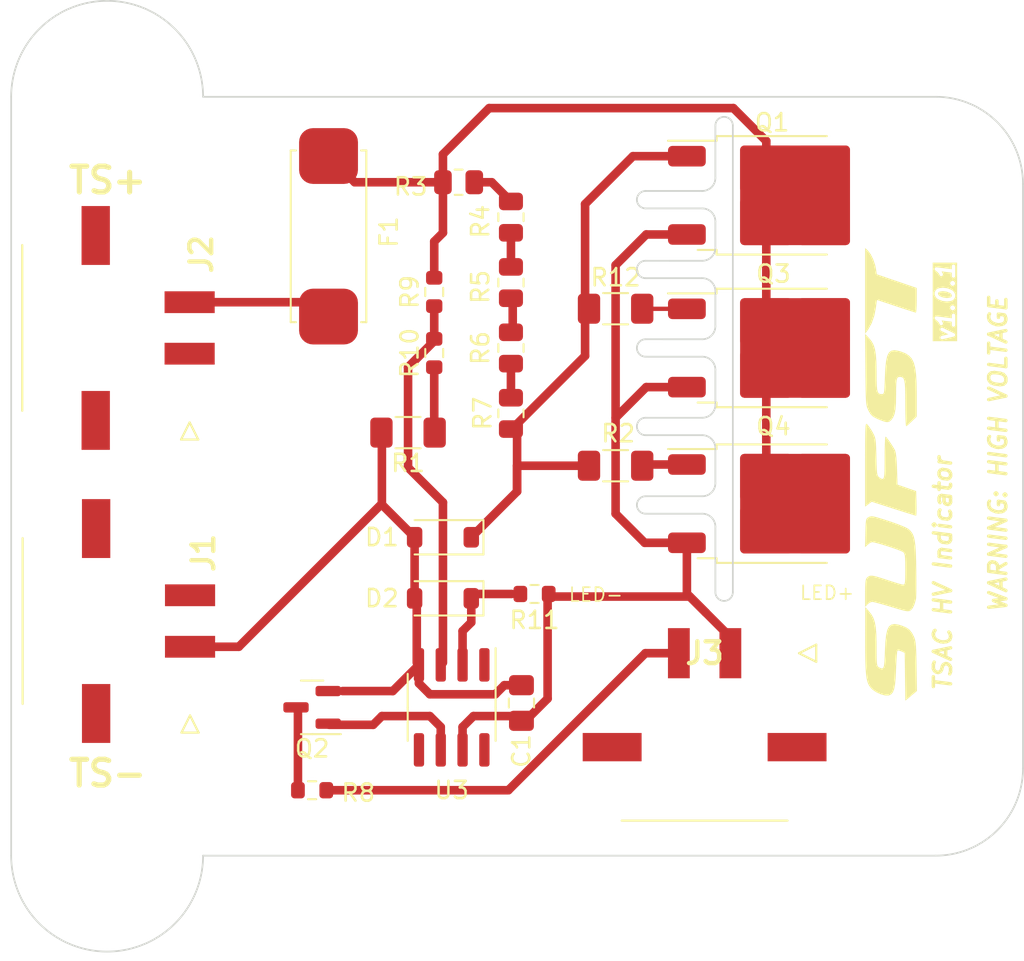
<source format=kicad_pcb>
(kicad_pcb (version 20221018) (generator pcbnew)
  (title_block (title "Accumulator Indicator Light") (date "2023-04-17") (rev "1.0.1") (company "SUFST") (comment 1 "STAG 9") (comment 2 "Ray Wang") (comment 3 "Tim Brewis"))
  (layers (0 "F.Cu" signal) (31 "B.Cu" signal) (34 "B.Paste" user) (35 "F.Paste" user) (36 "B.SilkS" user "B.Silkscreen") (37 "F.SilkS" user "F.Silkscreen") (38 "B.Mask" user) (39 "F.Mask" user) (44 "Edge.Cuts" user))
  (net 0 "")
  (net 3 "Net-(D1-A1)")
  (net 4 "Net-(D1-A2)")
  (net 5 "Net-(D2-A1)")
  (net 6 "Net-(J3-Pin_1)")
  (net 7 "Net-(Q1-D)")
  (net 8 "Net-(Q2-G)")
  (net 9 "Net-(Q2-D)")
  (net 10 "Net-(R3-Pad1)")
  (net 11 "Net-(R4-Pad2)")
  (net 12 "Net-(R5-Pad1)")
  (net 13 "Net-(R6-Pad2)")
  (net 14 "Net-(J3-Pin_2)")
  (net 15 "Net-(U3-+)")
  (net 19 "Net-(J2-Pin_2)")
  (net 20 "Net-(R1-Pad1)")
  (net 21 "Net-(Q4-G)")
  (net 22 "Net-(Q3-G)")
  (footprint "Diode_SMD:D_SOD-123" (layer "F.Cu") (at 140.8195 115.9275 180)
    (fp_text reference "D2" (at 3.556 0) (layer "F.SilkS"))
    (fp_text value "MMSZ4691T1G")
    (fp_line (start -2.36 -1) (end -2.36 1) (stroke (width 0.12)) (layer "F.SilkS"))
    (fp_line (start -2.36 -1) (end 1.65 -1) (stroke (width 0.12)) (layer "F.SilkS"))
    (fp_line (start -2.36 1) (end 1.65 1) (stroke (width 0.12)) (layer "F.SilkS"))
    (pad "1" smd roundrect (at -1.65 0 180) (size 0.9 1.2) (layers "F.Cu" "F.Paste" "F.Mask") (net 5 "Net-(D2-A1)"))
    (pad "2" smd roundrect (at 1.65 0 180) (size 0.9 1.2) (layers "F.Cu" "F.Paste" "F.Mask") (net 4 "Net-(D1-A2)"))
  )
  (footprint "MountingHole:MountingHole_4.3mm_M4" (layer "F.Cu") (at 169.5215 91.7975)
    (fp_text reference "H3" hide)
    (fp_text value "MountingHole")
    (pad "" np_thru_hole circle (at 0 0) (size 4.3 4.3) (drill 4.3) (layers "*.Cu" "*.Mask"))
  )
  (footprint "MountingHole:MountingHole_4.3mm_M4" (layer "F.Cu") (at 121.2615 130.9135)
    (fp_text reference "H2" hide)
    (fp_text value "MountingHole")
    (pad "" np_thru_hole circle (at 0 0) (size 4.3 4.3) (drill 4.3) (layers "*.Cu" "*.Mask"))
  )
  (footprint "Resistor_SMD:R_0805_2012Metric" (layer "F.Cu") (at 144.78 93.726 -90)
    (fp_text reference "R4" (at 0.254 1.778 90) (layer "F.SilkS"))
    (fp_text value "200k")
    (fp_line (start -0.227064 -0.735) (end 0.227064 -0.735) (stroke (width 0.12)) (layer "F.SilkS"))
    (fp_line (start -0.227064 0.735) (end 0.227064 0.735) (stroke (width 0.12)) (layer "F.SilkS"))
    (pad "1" smd roundrect (at -0.9125 0 270) (size 1.025 1.4) (layers "F.Cu" "F.Paste" "F.Mask") (roundrect_rratio 0.243902) (net 10 "Net-(R3-Pad1)"))
    (pad "2" smd roundrect (at 0.9125 0 270) (size 1.025 1.4) (layers "F.Cu" "F.Paste" "F.Mask") (roundrect_rratio 0.243902) (net 11 "Net-(R4-Pad2)"))
  )
  (footprint "Resistor_SMD:R_0603_1608Metric" (layer "F.Cu") (at 140.3115 101.6405 90)
    (fp_text reference "R10" (at 0 -1.43 90) (layer "F.SilkS"))
    (fp_text value "110k")
    (fp_line (start -0.237258 -0.5225) (end 0.237258 -0.5225) (stroke (width 0.12)) (layer "F.SilkS"))
    (fp_line (start -0.237258 0.5225) (end 0.237258 0.5225) (stroke (width 0.12)) (layer "F.SilkS"))
    (pad "1" smd roundrect (at -0.825 0 90) (size 0.8 0.95) (layers "F.Cu" "F.Paste" "F.Mask") (net 20 "Net-(R1-Pad1)"))
    (pad "2" smd roundrect (at 0.825 0 90) (size 0.8 0.95) (layers "F.Cu" "F.Paste" "F.Mask") (net 15 "Net-(U3-+)"))
  )
  (footprint "Capacitor_SMD:C_0805_2012Metric_Pad1.18x1.45mm_HandSolder" (layer "F.Cu") (at 145.3915 122.0235 90)
    (fp_text reference "C1" (at -2.794 0 90) (layer "F.SilkS"))
    (fp_text value "100n")
    (fp_line (start -0.261252 -0.735) (end 0.261252 -0.735) (stroke (width 0.12)) (layer "F.SilkS"))
    (fp_line (start -0.261252 0.735) (end 0.261252 0.735) (stroke (width 0.12)) (layer "F.SilkS"))
    (pad "1" smd roundrect (at -1.0375 0 90) (size 1.175 1.45) (layers "F.Cu" "F.Paste" "F.Mask") (roundrect_rratio 0.212766) (net 6 "Net-(J3-Pin_1)"))
    (pad "2" smd roundrect (at 1.0375 0 90) (size 1.175 1.45) (layers "F.Cu" "F.Paste" "F.Mask") (roundrect_rratio 0.212766) (net 4 "Net-(D1-A2)"))
  )
  (footprint "Resistor_SMD:R_1206_3216Metric_Pad1.30x1.75mm_HandSolder" (layer "F.Cu") (at 150.876 99.06)
    (fp_text reference "R12" (at 0 -1.82) (layer "F.SilkS"))
    (fp_text value "0")
    (fp_line (start -0.727064 -0.91) (end 0.727064 -0.91) (stroke (width 0.12)) (layer "F.SilkS"))
    (fp_line (start -0.727064 0.91) (end 0.727064 0.91) (stroke (width 0.12)) (layer "F.SilkS"))
    (pad "1" smd roundrect (at -1.55 0) (size 1.3 1.75) (layers "F.Cu" "F.Paste" "F.Mask") (roundrect_rratio 0.192308) (net 3 "Net-(D1-A1)"))
    (pad "2" smd roundrect (at 1.55 0) (size 1.3 1.75) (layers "F.Cu" "F.Paste" "F.Mask") (roundrect_rratio 0.192308) (net 22 "Net-(Q3-G)"))
  )
  (footprint "Resistor_SMD:R_1206_3216Metric_Pad1.30x1.75mm_HandSolder" (layer "F.Cu") (at 138.7875 106.2755 180)
    (fp_text reference "R1" (at 0 -1.778) (layer "F.SilkS"))
    (fp_text value "0")
    (fp_line (start -0.727064 -0.91) (end 0.727064 -0.91) (stroke (width 0.12)) (layer "F.SilkS"))
    (fp_line (start -0.727064 0.91) (end 0.727064 0.91) (stroke (width 0.12)) (layer "F.SilkS"))
    (pad "1" smd roundrect (at -1.55 0 180) (size 1.3 1.75) (layers "F.Cu" "F.Paste" "F.Mask") (roundrect_rratio 0.192308) (net 20 "Net-(R1-Pad1)"))
    (pad "2" smd roundrect (at 1.55 0 180) (size 1.3 1.75) (layers "F.Cu" "F.Paste" "F.Mask") (roundrect_rratio 0.192308) (net 4 "Net-(D1-A2)"))
  )
  (footprint "Resistor_SMD:R_0805_2012Metric" (layer "F.Cu") (at 144.78 97.536 90)
    (fp_text reference "R5" (at -0.254 -1.778 90) (layer "F.SilkS"))
    (fp_text value "200k")
    (fp_line (start -0.227064 -0.735) (end 0.227064 -0.735) (stroke (width 0.12)) (layer "F.SilkS"))
    (fp_line (start -0.227064 0.735) (end 0.227064 0.735) (stroke (width 0.12)) (layer "F.SilkS"))
    (pad "1" smd roundrect (at -0.9125 0 90) (size 1.025 1.4) (layers "F.Cu" "F.Paste" "F.Mask") (roundrect_rratio 0.243902) (net 12 "Net-(R5-Pad1)"))
    (pad "2" smd roundrect (at 0.9125 0 90) (size 1.025 1.4) (layers "F.Cu" "F.Paste" "F.Mask") (roundrect_rratio 0.243902) (net 11 "Net-(R4-Pad2)"))
  )
  (footprint "MountingHole:MountingHole_4.3mm_M4" (layer "F.Cu") (at 169.5215 125.8335)
    (fp_text reference "H4" hide)
    (fp_text value "MountingHole")
    (pad "" np_thru_hole circle (at 0 0) (size 4.3 4.3) (drill 4.3) (layers "*.Cu" "*.Mask"))
  )
  (footprint "SUFST:Molex_Micro-Fit_3.0_43650-0214_1x02_P3.00mm_Horizontal" (layer "F.Cu") (at 126.0904 117.2485 -90)
    (fp_text reference "J1" (at -3.9645 -0.7765 90) (layer "F.SilkS") (effects (font (size 1.27 1.27) (thickness 0.254))))
    (fp_text value "TS HV-" hide)
    (fp_line (start 4.825 9.75) (end -4.825 9.75) (stroke (width 0.127)) (layer "F.SilkS"))
    (fp_line (start 5.5 0) (end 6.5 -0.5) (stroke (width 0.127)) (layer "F.SilkS"))
    (fp_line (start 6.5 -0.5) (end 6.5 0.5) (stroke (width 0.127)) (layer "F.SilkS"))
    (fp_line (start 6.5 0.5) (end 5.5 0) (stroke (width 0.127)) (layer "F.SilkS"))
    (pad "1" smd rect (at 1.5 0 270) (size 1.27 2.92) (layers "F.Cu" "F.Paste" "F.Mask") (net 4 "Net-(D1-A2)"))
    (pad "2" smd rect (at -1.5 0 270) (size 1.27 2.92) (layers "F.Cu" "F.Paste" "F.Mask"))
    (pad "3" smd rect (at 5.385 5.47) (size 1.65 3.43) (layers "F.Cu" "F.Paste" "F.Mask"))
    (pad "4" smd rect (at -5.385 5.47) (size 1.65 3.43) (layers "F.Cu" "F.Paste" "F.Mask"))
  )
  (footprint "SUFST:Littelfuse-04611-25ER" (layer "F.Cu") (at 134.2155 94.5915 -90)
    (fp_text reference "F1" (at 0 -3.4525 90 unlocked) (layer "F.SilkS"))
    (fp_text value "0461.500ER")
    (fp_line (start -4.75 -2.14) (end 5.25 -2.14) (stroke (width 0.12)) (layer "F.SilkS"))
    (fp_line (start -4.75 -1.84) (end -4.75 -2.14) (stroke (width 0.12)) (layer "F.SilkS"))
    (fp_line (start -4.75 2.26) (end -4.75 1.96) (stroke (width 0.12)) (layer "F.SilkS"))
    (fp_line (start 5.25 -2.14) (end 5.25 -1.84) (stroke (width 0.12)) (layer "F.SilkS"))
    (fp_line (start 5.25 1.96) (end 5.25 2.26) (stroke (width 0.12)) (layer "F.SilkS"))
    (fp_line (start 5.25 2.26) (end -4.75 2.26) (stroke (width 0.12)) (layer "F.SilkS"))
    (pad "1" smd roundrect (at -4.425 0.06 270) (size 3.25 3.43) (layers "F.Cu" "F.Paste" "F.Mask") (net 7 "Net-(Q1-D)"))
    (pad "2" smd roundrect (at 4.925 0.06 270) (size 3.25 3.43) (layers "F.Cu" "F.Paste" "F.Mask") (net 19 "Net-(J2-Pin_2)"))
  )
  (footprint "Resistor_SMD:R_0603_1608Metric" (layer "F.Cu") (at 133.1995 127.1035)
    (fp_text reference "R8" (at 2.6905 0.1505) (layer "F.SilkS"))
    (fp_text value "470")
    (fp_line (start -0.237258 -0.5225) (end 0.237258 -0.5225) (stroke (width 0.12)) (layer "F.SilkS"))
    (fp_line (start -0.237258 0.5225) (end 0.237258 0.5225) (stroke (width 0.12)) (layer "F.SilkS"))
    (pad "1" smd roundrect (at -0.825 0) (size 0.8 0.95) (layers "F.Cu" "F.Paste" "F.Mask") (net 9 "Net-(Q2-D)"))
    (pad "2" smd roundrect (at 0.825 0) (size 0.8 0.95) (layers "F.Cu" "F.Paste" "F.Mask") (net 14 "Net-(J3-Pin_2)"))
  )
  (footprint "Package_TO_SOT_SMD:TO-252-2" (layer "F.Cu") (at 160.067185 110.413)
    (fp_text reference "Q4" (at 0 -4.5) (layer "F.SilkS"))
    (fp_text value "FQD1N80TM")
    (fp_line (start -3.31 -3.45) (end -3.31 -3.18) (stroke (width 0.12)) (layer "F.SilkS"))
    (fp_line (start -3.31 -3.18) (end -6.14 -3.18) (stroke (width 0.12)) (layer "F.SilkS"))
    (fp_line (start -3.31 3.18) (end -4.41 3.18) (stroke (width 0.12)) (layer "F.SilkS"))
    (fp_line (start -3.31 3.45) (end -3.31 3.18) (stroke (width 0.12)) (layer "F.SilkS"))
    (fp_line (start 3.11 -3.45) (end -3.31 -3.45) (stroke (width 0.12)) (layer "F.SilkS"))
    (fp_line (start 3.11 3.45) (end -3.31 3.45) (stroke (width 0.12)) (layer "F.SilkS"))
    (pad "1" smd roundrect (at -5.04 -2.28) (size 2.2 1.2) (layers "F.Cu" "F.Paste" "F.Mask") (roundrect_rratio 0.208333) (net 21 "Net-(Q4-G)"))
    (pad "2" smd roundrect (at -0.415 -1.525) (size 3.05 2.75) (layers "F.Cu" "F.Paste") (roundrect_rratio 0.090909) (net 7 "Net-(Q1-D)"))
    (pad "2" smd roundrect (at -0.415 1.525) (size 3.05 2.75) (layers "F.Cu" "F.Paste") (roundrect_rratio 0.090909) (net 7 "Net-(Q1-D)"))
    (pad "2" smd roundrect (at 1.26 0) (size 6.4 5.8) (layers "F.Cu" "F.Mask") (roundrect_rratio 0.043103) (net 7 "Net-(Q1-D)"))
    (pad "2" smd roundrect (at 2.935 -1.525) (size 3.05 2.75) (layers "F.Cu" "F.Paste") (roundrect_rratio 0.090909) (net 7 "Net-(Q1-D)"))
    (pad "2" smd roundrect (at 2.935 1.525) (size 3.05 2.75) (layers "F.Cu" "F.Paste") (roundrect_rratio 0.090909) (net 7 "Net-(Q1-D)"))
    (pad "3" smd roundrect (at -5.04 2.28) (size 2.2 1.2) (layers "F.Cu" "F.Paste" "F.Mask") (roundrect_rratio 0.208333) (net 6 "Net-(J3-Pin_1)"))
  )
  (footprint "Resistor_SMD:R_0805_2012Metric" (layer "F.Cu") (at 144.78 101.346 -90)
    (fp_text reference "R6" (at 0 1.778 90) (layer "F.SilkS"))
    (fp_text value "200k")
    (fp_line (start -0.227064 -0.735) (end 0.227064 -0.735) (stroke (width 0.12)) (layer "F.SilkS"))
    (fp_line (start -0.227064 0.735) (end 0.227064 0.735) (stroke (width 0.12)) (layer "F.SilkS"))
    (pad "1" smd roundrect (at -0.9125 0 270) (size 1.025 1.4) (layers "F.Cu" "F.Paste" "F.Mask") (roundrect_rratio 0.243902) (net 12 "Net-(R5-Pad1)"))
    (pad "2" smd roundrect (at 0.9125 0 270) (size 1.025 1.4) (layers "F.Cu" "F.Paste" "F.Mask") (roundrect_rratio 0.243902) (net 13 "Net-(R6-Pad2)"))
  )
  (footprint "Package_TO_SOT_SMD:SOT-23" (layer "F.Cu") (at 133.1995 122.2775 180)
    (fp_text reference "Q2" (at 0 -2.4) (layer "F.SilkS"))
    (fp_text value "XP262N7002TR-G")
    (fp_line (start 0 -1.56) (end -1.675 -1.56) (stroke (width 0.12)) (layer "F.SilkS"))
    (fp_line (start 0 -1.56) (end 0.65 -1.56) (stroke (width 0.12)) (layer "F.SilkS"))
    (fp_line (start 0 1.56) (end -0.65 1.56) (stroke (width 0.12)) (layer "F.SilkS"))
    (fp_line (start 0 1.56) (end 0.65 1.56) (stroke (width 0.12)) (layer "F.SilkS"))
    (pad "1" smd roundrect (at -0.9375 -0.95 180) (size 1.475 0.6) (layers "F.Cu" "F.Paste" "F.Mask") (net 8 "Net-(Q2-G)"))
    (pad "2" smd roundrect (at -0.9375 0.95 180) (size 1.475 0.6) (layers "F.Cu" "F.Paste" "F.Mask") (net 4 "Net-(D1-A2)"))
    (pad "3" smd roundrect (at 0.9375 0 180) (size 1.475 0.6) (layers "F.Cu" "F.Paste" "F.Mask") (net 9 "Net-(Q2-D)"))
  )
  (footprint "Package_SO:SOIC-8_3.9x4.9mm_P1.27mm" (layer "F.Cu") (at 141.3275 122.2775 -90)
    (fp_text reference "U3" (at 4.826 0 -180) (layer "F.SilkS"))
    (fp_text value "OP777")
    (fp_line (start 0 -2.56) (end -3.45 -2.56) (stroke (width 0.12)) (layer "F.SilkS"))
    (fp_line (start 0 -2.56) (end 1.95 -2.56) (stroke (width 0.12)) (layer "F.SilkS"))
    (fp_line (start 0 2.56) (end -1.95 2.56) (stroke (width 0.12)) (layer "F.SilkS"))
    (fp_line (start 0 2.56) (end 1.95 2.56) (stroke (width 0.12)) (layer "F.SilkS"))
    (pad "1" smd roundrect (at -2.475 -1.905 270) (size 1.95 0.6) (layers "F.Cu" "F.Paste" "F.Mask"))
    (pad "2" smd roundrect (at -2.475 -0.635 270) (size 1.95 0.6) (layers "F.Cu" "F.Paste" "F.Mask") (net 5 "Net-(D2-A1)"))
    (pad "3" smd roundrect (at -2.475 0.635 270) (size 1.95 0.6) (layers "F.Cu" "F.Paste" "F.Mask") (net 15 "Net-(U3-+)"))
    (pad "4" smd roundrect (at -2.475 1.905 270) (size 1.95 0.6) (layers "F.Cu" "F.Paste" "F.Mask") (net 4 "Net-(D1-A2)"))
    (pad "5" smd roundrect (at 2.475 1.905 270) (size 1.95 0.6) (layers "F.Cu" "F.Paste" "F.Mask"))
    (pad "6" smd roundrect (at 2.475 0.635 270) (size 1.95 0.6) (layers "F.Cu" "F.Paste" "F.Mask") (net 8 "Net-(Q2-G)"))
    (pad "7" smd roundrect (at 2.475 -0.635 270) (size 1.95 0.6) (layers "F.Cu" "F.Paste" "F.Mask") (net 6 "Net-(J3-Pin_1)"))
    (pad "8" smd roundrect (at 2.475 -1.905 270) (size 1.95 0.6) (layers "F.Cu" "F.Paste" "F.Mask"))
  )
  (footprint "Resistor_SMD:R_0603_1608Metric" (layer "F.Cu") (at 146.1535 115.6735)
    (fp_text reference "R11" (at 0 1.524) (layer "F.SilkS"))
    (fp_text value "4.7k")
    (fp_line (start -0.237258 -0.5225) (end 0.237258 -0.5225) (stroke (width 0.12)) (layer "F.SilkS"))
    (fp_line (start -0.237258 0.5225) (end 0.237258 0.5225) (stroke (width 0.12)) (layer "F.SilkS"))
    (pad "1" smd roundrect (at -0.825 0) (size 0.8 0.95) (layers "F.Cu" "F.Paste" "F.Mask") (net 5 "Net-(D2-A1)"))
    (pad "2" smd roundrect (at 0.825 0) (size 0.8 0.95) (layers "F.Cu" "F.Paste" "F.Mask") (net 6 "Net-(J3-Pin_1)"))
  )
  (footprint "MountingHole:MountingHole_4.3mm_M4" (layer "F.Cu") (at 121.2615 86.7175)
    (fp_text reference "H1" hide)
    (fp_text value "MountingHole")
    (pad "" np_thru_hole circle (at 0 0) (size 4.3 4.3) (drill 4.3) (layers "*.Cu" "*.Mask"))
  )
  (footprint "SUFST:sufst-text" (layer "F.Cu") (at 166.878 108.712 90)
    (fp_text reference "G***" hide)
    (fp_text value "LOGO" hide)
    (fp_poly (pts (xy 13.039286 -1.308823) (xy 12.826538 -1.14556) (xy 12.526756 -0.996643) (xy 12.186455 -0.88248) (xy 11.961505 -0.835971) (xy 11.657484 -0.790969) (xy 10.861842 1.536511) (xy 10.14329 1.53694) (xy 9.851489 1.532571) (xy 9.616679 1.520409) (xy 9.466149 1.502429) (xy 9.424737 1.484959) (xy 9.445004 1.407288) (xy 9.501189 1.224651) (xy 9.58637 0.958717) (xy 9.693624 0.631152) (xy 9.792369 0.33421) (xy 9.912061 -0.024065) (xy 10.015456 -0.334855) (xy 10.095707 -0.577473) (xy 10.145967 -0.731233) (xy 10.16 -0.776554) (xy 10.099459 -0.789914) (xy 9.941491 -0.812503) (xy 9.742237 -0.836848) (xy 9.253037 -0.930705) (xy 8.801962 -1.08863) (xy 8.434034 -1.294713) (xy 8.42226 -1.303307) (xy 8.195607 -1.470526) (xy 13.191198 -1.470526)) (fill solid) (layer "F.SilkS"))
    (fp_poly (pts (xy 1.212731 -1.470319) (xy 1.727382 -1.469269) (xy 2.132588 -1.466734) (xy 2.440469 -1.462074) (xy 2.663146 -1.454646) (xy 2.812737 -1.443809) (xy 2.901364 -1.428922) (xy 2.941145 -1.409343) (xy 2.944201 -1.38443) (xy 2.922651 -1.353543) (xy 2.916522 -1.346665) (xy 2.796859 -1.246536) (xy 2.606653 -1.119079) (xy 2.454978 -1.030027) (xy 2.318997 -0.958001) (xy 2.195983 -0.905959) (xy 2.060258 -0.870018) (xy 1.886148 -0.846297) (xy 1.647975 -0.830912) (xy 1.320063 -0.819981) (xy 1.018306 -0.812787) (xy 0.612064 -0.8026) (xy 0.318565 -0.791217) (xy 0.11688 -0.775709) (xy -0.013922 -0.753143) (xy -0.094771 -0.72059) (xy -0.146596 -0.675119) (xy -0.168141 -0.646658) (xy -0.236789 -0.541441) (xy -0.265307 -0.462947) (xy -0.239465 -0.407267) (xy -0.145033 -0.370492) (xy 0.03222 -0.348713) (xy 0.306525 -0.338019) (xy 0.692111 -0.334503) (xy 0.969211 -0.334211) (xy 1.359146 -0.331642) (xy 1.69856 -0.324497) (xy 1.966652 -0.313619) (xy 2.142619 -0.299853) (xy 2.205661 -0.284079) (xy 2.153418 -0.223397) (xy 2.017971 -0.116452) (xy 1.831011 0.014675) (xy 1.624227 0.147904) (xy 1.429309 0.261152) (xy 1.403684 0.274722) (xy 1.254729 0.31617) (xy 0.988766 0.350808) (xy 0.622375 0.376886) (xy 0.322504 0.388889) (xy -0.591572 0.415948) (xy -0.780391 0.959948) (xy -0.96921 1.503947) (xy -1.687763 1.522919) (xy -1.979478 1.526936) (xy -2.214247 1.523155) (xy -2.364808 1.512471) (xy -2.406316 1.499351) (xy -2.386799 1.4255) (xy -2.332367 1.244343) (xy -2.249194 0.975788) (xy -2.143457 0.63974) (xy -2.021331 0.256107) (xy -1.99872 0.185517) (xy -1.591124 -1.085778) (xy -1.733353 -1.278152) (xy -1.875581 -1.470526) (xy 0.576517 -1.470526)) (fill solid) (layer "F.SilkS"))
    (fp_poly (pts (xy -7.720263 -1.464962) (xy -7.969948 -1.244265) (xy -8.162013 -1.094597) (xy -8.369032 -0.981613) (xy -8.612747 -0.900651) (xy -8.914902 -0.847047) (xy -9.297238 -0.816137) (xy -9.781498 -0.80326) (xy -10.03164 -0.802105) (xy -10.446022 -0.801097) (xy -10.746637 -0.796637) (xy -10.953392 -0.786571) (xy -11.086197 -0.768747) (xy -11.164962 -0.741012) (xy -11.209596 -0.701211) (xy -11.227122 -0.672816) (xy -11.284309 -0.554607) (xy -11.299083 -0.469005) (xy -11.255519 -0.409867) (xy -11.13769 -0.371051) (xy -10.929668 -0.346415) (xy -10.615528 -0.329815) (xy -10.310394 -0.319254) (xy -9.773633 -0.293265) (xy -9.359279 -0.249301) (xy -9.056533 -0.180705) (xy -8.854598 -0.080821) (xy -8.742676 0.057009) (xy -8.709971 0.23944) (xy -8.745683 0.47313) (xy -8.78834 0.619064) (xy -8.902697 0.912153) (xy -9.040392 1.11381) (xy -9.237091 1.265717) (xy -9.424737 1.362793) (xy -9.536914 1.409895) (xy -9.658327 1.445835) (xy -9.809405 1.472523) (xy -10.010581 1.491867) (xy -10.282283 1.505776) (xy -10.644944 1.516159) (xy -11.118993 1.524924) (xy -11.1685 1.52571) (xy -12.611473 1.5484) (xy -12.89476 1.210045) (xy -13.178045 0.87169) (xy -11.786846 0.853608) (xy -10.395645 0.835526) (xy -10.305168 0.646645) (xy -10.254875 0.502235) (xy -10.258262 0.414066) (xy -10.259509 0.412698) (xy -10.3385 0.395102) (xy -10.527231 0.375974) (xy -10.801799 0.357081) (xy -11.138303 0.340187) (xy -11.351769 0.332023) (xy -11.843152 0.308986) (xy -12.217222 0.274543) (xy -12.490178 0.22405) (xy -12.678222 0.152863) (xy -12.797553 0.056339) (xy -12.86437 -0.070167) (xy -12.874111 -0.104378) (xy -12.873323 -0.304118) (xy -12.804547 -0.55834) (xy -12.686098 -0.819429) (xy -12.536292 -1.039775) (xy -12.498685 -1.080329) (xy -12.381257 -1.184299) (xy -12.24806 -1.268311) (xy -12.084274 -1.334391) (xy -11.875079 -1.384564) (xy -11.605656 -1.420855) (xy -11.261183 -1.445288) (xy -10.826843 -1.459888) (xy -10.287814 -1.466681) (xy -9.663263 -1.467744)) (fill solid) (layer "F.SilkS"))
    (fp_poly (pts (xy 7.943133 -1.241925) (xy 7.758056 -1.09172) (xy 7.55018 -0.978368) (xy 7.298561 -0.897323) (xy 6.982255 -0.844039) (xy 6.580321 -0.81397) (xy 6.071814 -0.802572) (xy 5.916763 -0.802105) (xy 5.480397 -0.799717) (xy 5.160004 -0.789647) (xy 4.937914 -0.767541) (xy 4.796458 -0.729045) (xy 4.717966 -0.669803) (xy 4.684768 -0.58546) (xy 4.678948 -0.49703) (xy 4.68444 -0.440903) (xy 4.714286 -0.400624) (xy 4.78854 -0.37258) (xy 4.927254 -0.353156) (xy 5.150484 -0.338739) (xy 5.478282 -0.325715) (xy 5.664869 -0.319359) (xy 6.196609 -0.293168) (xy 6.606003 -0.249849) (xy 6.904005 -0.182345) (xy 7.101575 -0.083602) (xy 7.209667 0.053434) (xy 7.23924 0.23582) (xy 7.201249 0.47061) (xy 7.15121 0.63769) (xy 7.049707 0.888708) (xy 6.920284 1.08976) (xy 6.748307 1.246029) (xy 6.51914 1.362703) (xy 6.218149 1.444966) (xy 5.830698 1.498003) (xy 5.342151 1.527001) (xy 4.737873 1.537144) (xy 4.611979 1.537368) (xy 3.36994 1.537368) (xy 3.088654 1.250759) (xy 2.939132 1.091076) (xy 2.837119 0.968104) (xy 2.807369 0.916549) (xy 2.870868 0.902057) (xy 3.048002 0.889342) (xy 3.318725 0.879122) (xy 3.662993 0.872113) (xy 4.060761 0.86903) (xy 4.139436 0.868947) (xy 4.633608 0.866935) (xy 5.009962 0.858627) (xy 5.284332 0.840617) (xy 5.472553 0.809496) (xy 5.59046 0.761858) (xy 5.653888 0.694295) (xy 5.678671 0.6034) (xy 5.681579 0.537114) (xy 5.66829 0.460444) (xy 5.61595 0.405669) (xy 5.505847 0.369224) (xy 5.31927 0.347543) (xy 5.037509 0.337062) (xy 4.641852 0.334216) (xy 4.616613 0.33421) (xy 4.154497 0.326293) (xy 3.802282 0.299519) (xy 3.536952 0.249354) (xy 3.335495 0.171265) (xy 3.174895 0.060717) (xy 3.159626 0.047186) (xy 3.074484 -0.054876) (xy 3.044474 -0.176851) (xy 3.072277 -0.34583) (xy 3.160568 -0.588903) (xy 3.24096 -0.775435) (xy 3.359562 -1.000367) (xy 3.499597 -1.148593) (xy 3.71214 -1.273765) (xy 3.71819 -1.27675) (xy 3.813112 -1.321739) (xy 3.905603 -1.35757) (xy 4.011766 -1.38544) (xy 4.147708 -1.406545) (xy 4.329531 -1.422082) (xy 4.573341 -1.433246) (xy 4.895242 -1.441235) (xy 5.311339 -1.447246) (xy 5.837736 -1.452474) (xy 6.116053 -1.4549) (xy 8.188158 -1.472693)) (fill solid) (layer "F.SilkS"))
    (fp_poly (pts (xy -3.408358 -1.455983) (xy -3.062571 -1.447084) (xy -2.825933 -1.435602) (xy -2.673935 -1.416493) (xy -2.582064 -1.384709) (xy -2.525809 -1.335204) (xy -2.48196 -1.265253) (xy -2.448117 -1.190688) (xy -2.434887 -1.104796) (xy -2.44653 -0.985585) (xy -2.487302 -0.811063) (xy -2.561461 -0.559237) (xy -2.673265 -0.208116) (xy -2.706414 -0.105885) (xy -2.83396 0.267242) (xy -2.95943 0.599366) (xy -3.072209 0.864439) (xy -3.161683 1.036418) (xy -3.185569 1.069845) (xy -3.302917 1.191287) (xy -3.438725 1.287597) (xy -3.609515 1.361851) (xy -3.831804 1.417125) (xy -4.122114 1.456494) (xy -4.496963 1.483035) (xy -4.972871 1.499824) (xy -5.547894 1.509715) (xy -5.999651 1.513724) (xy -6.412118 1.514641) (xy -6.764687 1.512642) (xy -7.036749 1.507901) (xy -7.207695 1.500594) (xy -7.252368 1.495254) (xy -7.569071 1.403534) (xy -7.777743 1.310042) (xy -7.903645 1.202772) (xy -7.922249 1.17689) (xy -7.95635 1.109529) (xy -7.969275 1.025412) (xy -7.957119 0.902831) (xy -7.915977 0.720078) (xy -7.841945 0.455444) (xy -7.73112 0.087222) (xy -7.719355 0.048741) (xy -7.614702 -0.301725) (xy -7.525961 -0.614965) (xy -7.460104 -0.865092) (xy -7.424102 -1.026215) (xy -7.419473 -1.064669) (xy -7.46616 -1.205562) (xy -7.565762 -1.334238) (xy -7.71205 -1.470526) (xy -6.9077 -1.470526) (xy -6.558307 -1.468007) (xy -6.317485 -1.458215) (xy -6.160178 -1.437805) (xy -6.061332 -1.403428) (xy -5.995889 -1.351738) (xy -5.992728 -1.34829) (xy -5.92942 -1.263313) (xy -5.897135 -1.165617) (xy -5.898817 -1.033017) (xy -5.937411 -0.84333) (xy -6.01586 -0.574371) (xy -6.137107 -0.203957) (xy -6.149473 -0.167105) (xy -6.251976 0.14723) (xy -6.336306 0.42341) (xy -6.394045 0.632594) (xy -6.416775 0.745942) (xy -6.416842 0.748843) (xy -6.406274 0.797518) (xy -6.360711 0.830993) (xy -6.259363 0.85207) (xy -6.08144 0.863546) (xy -5.806153 0.86822) (xy -5.524833 0.868947) (xy -5.154091 0.866723) (xy -4.893871 0.858239) (xy -4.72106 0.840779) (xy -4.612542 0.811624) (xy -4.545203 0.768058) (xy -4.529754 0.751974) (xy -4.475437 0.649455) (xy -4.39552 0.449279) (xy -4.300097 0.18262) (xy -4.199263 -0.119349) (xy -4.103111 -0.425454) (xy -4.021736 -0.704522) (xy -3.96523 -0.925378) (xy -3.943689 -1.056848) (xy -3.943684 -1.058009) (xy -3.986752 -1.17652) (xy -4.090381 -1.317272) (xy -4.091056 -1.317991) (xy -4.238427 -1.47486)) (fill solid) (layer "F.SilkS"))
  )
  (footprint "SUFST:Molex_Micro-Fit_3.0_43650-0214_1x02_P3.00mm_Horizontal" (layer "F.Cu") (at 126.0669 100.1795 -90)
    (fp_text reference "J2" (at -4.2945 -0.6791 90) (layer "F.SilkS") (effects (font (size 1.27 1.27) (thickness 0.254))))
    (fp_text value "TS HV+" hide)
    (fp_line (start 4.825 9.75) (end -4.825 9.75) (stroke (width 0.127)) (layer "F.SilkS"))
    (fp_line (start 5.5 0) (end 6.5 -0.5) (stroke (width 0.127)) (layer "F.SilkS"))
    (fp_line (start 6.5 -0.5) (end 6.5 0.5) (stroke (width 0.127)) (layer "F.SilkS"))
    (fp_line (start 6.5 0.5) (end 5.5 0) (stroke (width 0.127)) (layer "F.SilkS"))
    (pad "1" smd rect (at 1.5 0 270) (size 1.27 2.92) (layers "F.Cu" "F.Paste" "F.Mask"))
    (pad "2" smd rect (at -1.5 0 270) (size 1.27 2.92) (layers "F.Cu" "F.Paste" "F.Mask") (net 19 "Net-(J2-Pin_2)"))
    (pad "3" smd rect (at 5.385 5.47) (size 1.65 3.43) (layers "F.Cu" "F.Paste" "F.Mask"))
    (pad "4" smd rect (at -5.385 5.47) (size 1.65 3.43) (layers "F.Cu" "F.Paste" "F.Mask"))
  )
  (footprint "Resistor_SMD:R_0805_2012Metric" (layer "F.Cu") (at 144.78 105.156 90)
    (fp_text reference "R7" (at 0 -1.65 90) (layer "F.SilkS"))
    (fp_text value "200k")
    (fp_line (start -0.227064 -0.735) (end 0.227064 -0.735) (stroke (width 0.12)) (layer "F.SilkS"))
    (fp_line (start -0.227064 0.735) (end 0.227064 0.735) (stroke (width 0.12)) (layer "F.SilkS"))
    (pad "1" smd roundrect (at -0.9125 0 90) (size 1.025 1.4) (layers "F.Cu" "F.Paste" "F.Mask") (roundrect_rratio 0.243902) (net 3 "Net-(D1-A1)"))
    (pad "2" smd roundrect (at 0.9125 0 90) (size 1.025 1.4) (layers "F.Cu" "F.Paste" "F.Mask") (roundrect_rratio 0.243902) (net 13 "Net-(R6-Pad2)"))
  )
  (footprint "Package_TO_SOT_SMD:TO-252-2" (layer "F.Cu") (at 160.067185 101.346)
    (fp_text reference "Q3" (at 0 -4.318) (layer "F.SilkS"))
    (fp_text value "FQD1N80TM")
    (fp_line (start -3.31 -3.45) (end -3.31 -3.18) (stroke (width 0.12)) (layer "F.SilkS"))
    (fp_line (start -3.31 -3.18) (end -6.14 -3.18) (stroke (width 0.12)) (layer "F.SilkS"))
    (fp_line (start -3.31 3.18) (end -4.41 3.18) (stroke (width 0.12)) (layer "F.SilkS"))
    (fp_line (start -3.31 3.45) (end -3.31 3.18) (stroke (width 0.12)) (layer "F.SilkS"))
    (fp_line (start 3.11 -3.45) (end -3.31 -3.45) (stroke (width 0.12)) (layer "F.SilkS"))
    (fp_line (start 3.11 3.45) (end -3.31 3.45) (stroke (width 0.12)) (layer "F.SilkS"))
    (pad "1" smd roundrect (at -5.04 -2.28) (size 2.2 1.2) (layers "F.Cu" "F.Paste" "F.Mask") (roundrect_rratio 0.208333) (net 22 "Net-(Q3-G)"))
    (pad "2" smd roundrect (at -0.415 -1.525) (size 3.05 2.75) (layers "F.Cu" "F.Paste") (roundrect_rratio 0.090909) (net 7 "Net-(Q1-D)"))
    (pad "2" smd roundrect (at -0.415 1.525) (size 3.05 2.75) (layers "F.Cu" "F.Paste") (roundrect_rratio 0.090909) (net 7 "Net-(Q1-D)"))
    (pad "2" smd roundrect (at 1.26 0) (size 6.4 5.8) (layers "F.Cu" "F.Mask") (roundrect_rratio 0.043103) (net 7 "Net-(Q1-D)"))
    (pad "2" smd roundrect (at 2.935 -1.525) (size 3.05 2.75) (layers "F.Cu" "F.Paste") (roundrect_rratio 0.090909) (net 7 "Net-(Q1-D)"))
    (pad "2" smd roundrect (at 2.935 1.525) (size 3.05 2.75) (layers "F.Cu" "F.Paste") (roundrect_rratio 0.090909) (net 7 "Net-(Q1-D)"))
    (pad "3" smd roundrect (at -5.04 2.28) (size 2.2 1.2) (layers "F.Cu" "F.Paste" "F.Mask") (roundrect_rratio 0.208333) (net 6 "Net-(J3-Pin_1)"))
  )
  (footprint "Resistor_SMD:R_0805_2012Metric" (layer "F.Cu") (at 141.732 91.694 180)
    (fp_text reference "R3" (at 2.794 -0.254 180) (layer "F.SilkS"))
    (fp_text value "200k")
    (fp_line (start -0.227064 -0.735) (end 0.227064 -0.735) (stroke (width 0.12)) (layer "F.SilkS"))
    (fp_line (start -0.227064 0.735) (end 0.227064 0.735) (stroke (width 0.12)) (layer "F.SilkS"))
    (pad "1" smd roundrect (at -0.9125 0 180) (size 1.025 1.4) (layers "F.Cu" "F.Paste" "F.Mask") (roundrect_rratio 0.243902) (net 10 "Net-(R3-Pad1)"))
    (pad "2" smd roundrect (at 0.9125 0 180) (size 1.025 1.4) (layers "F.Cu" "F.Paste" "F.Mask") (roundrect_rratio 0.243902) (net 7 "Net-(Q1-D)"))
  )
  (footprint "SUFST:Molex_Micro-Fit_3.0_43650-0214_1x02_P3.00mm_Horizontal" (layer "F.Cu") (at 156.0595 119.1231)
    (fp_text reference "J3" (at 0 0) (layer "F.SilkS") (effects (font (size 1.27 1.27) (thickness 0.254))))
    (fp_text value "LED" hide)
    (fp_line (start 4.825 9.75) (end -4.825 9.75) (stroke (width 0.127)) (layer "F.SilkS"))
    (fp_line (start 5.5 0) (end 6.5 -0.5) (stroke (width 0.127)) (layer "F.SilkS"))
    (fp_line (start 6.5 -0.5) (end 6.5 0.5) (stroke (width 0.127)) (layer "F.SilkS"))
    (fp_line (start 6.5 0.5) (end 5.5 0) (stroke (width 0.127)) (layer "F.SilkS"))
    (pad "1" smd rect (at 1.5 0) (size 1.27 2.92) (layers "F.Cu" "F.Paste" "F.Mask") (net 6 "Net-(J3-Pin_1)"))
    (pad "2" smd rect (at -1.5 0) (size 1.27 2.92) (layers "F.Cu" "F.Paste" "F.Mask") (net 14 "Net-(J3-Pin_2)"))
    (pad "3" smd rect (at 5.385 5.47 90) (size 1.65 3.43) (layers "F.Cu" "F.Paste" "F.Mask"))
    (pad "4" smd rect (at -5.385 5.47 90) (size 1.65 3.43) (layers "F.Cu" "F.Paste" "F.Mask"))
  )
  (footprint "Resistor_SMD:R_1206_3216Metric_Pad1.30x1.75mm_HandSolder" (layer "F.Cu") (at 150.876 108.204)
    (fp_text reference "R2" (at 0.1505 -1.8815) (layer "F.SilkS"))
    (fp_text value "0")
    (fp_line (start -0.727064 -0.91) (end 0.727064 -0.91) (stroke (width 0.12)) (layer "F.SilkS"))
    (fp_line (start -0.727064 0.91) (end 0.727064 0.91) (stroke (width 0.12)) (layer "F.SilkS"))
    (pad "1" smd roundrect (at -1.55 0) (size 1.3 1.75) (layers "F.Cu" "F.Paste" "F.Mask") (roundrect_rratio 0.192308) (net 3 "Net-(D1-A1)"))
    (pad "2" smd roundrect (at 1.55 0) (size 1.3 1.75) (layers "F.Cu" "F.Paste" "F.Mask") (roundrect_rratio 0.192308) (net 21 "Net-(Q4-G)"))
  )
  (footprint "Diode_SMD:D_SOD-123" (layer "F.Cu") (at 140.8195 112.3715 180)
    (fp_text reference "D1" (at 3.556 0 180) (layer "F.SilkS"))
    (fp_text value "MMSZ4699T1G")
    (fp_line (start -2.36 -1) (end -2.36 1) (stroke (width 0.12)) (layer "F.SilkS"))
    (fp_line (start -2.36 -1) (end 1.65 -1) (stroke (width 0.12)) (layer "F.SilkS"))
    (fp_line (start -2.36 1) (end 1.65 1) (stroke (width 0.12)) (layer "F.SilkS"))
    (pad "1" smd roundrect (at -1.65 0 180) (size 0.9 1.2) (layers "F.Cu" "F.Paste" "F.Mask") (net 3 "Net-(D1-A1)"))
    (pad "2" smd roundrect (at 1.65 0 180) (size 0.9 1.2) (layers "F.Cu" "F.Paste" "F.Mask") (net 4 "Net-(D1-A2)"))
  )
  (footprint "Package_TO_SOT_SMD:TO-252-2" (layer "F.Cu") (at 160.067185 92.456)
    (fp_text reference "Q1" (at -0.078 -4.241 180) (layer "F.SilkS"))
    (fp_text value "FQD1N80TM")
    (fp_line (start -3.31 -3.45) (end -3.31 -3.18) (stroke (width 0.12)) (layer "F.SilkS"))
    (fp_line (start -3.31 -3.18) (end -6.14 -3.18) (stroke (width 0.12)) (layer "F.SilkS"))
    (fp_line (start -3.31 3.18) (end -4.41 3.18) (stroke (width 0.12)) (layer "F.SilkS"))
    (fp_line (start -3.31 3.45) (end -3.31 3.18) (stroke (width 0.12)) (layer "F.SilkS"))
    (fp_line (start 3.11 -3.45) (end -3.31 -3.45) (stroke (width 0.12)) (layer "F.SilkS"))
    (fp_line (start 3.11 3.45) (end -3.31 3.45) (stroke (width 0.12)) (layer "F.SilkS"))
    (pad "1" smd roundrect (at -5.04 -2.28) (size 2.2 1.2) (layers "F.Cu" "F.Paste" "F.Mask") (roundrect_rratio 0.208333) (net 3 "Net-(D1-A1)"))
    (pad "2" smd roundrect (at -0.415 -1.525) (size 3.05 2.75) (layers "F.Cu" "F.Paste") (roundrect_rratio 0.090909) (net 7 "Net-(Q1-D)"))
    (pad "2" smd roundrect (at -0.415 1.525) (size 3.05 2.75) (layers "F.Cu" "F.Paste") (roundrect_rratio 0.090909) (net 7 "Net-(Q1-D)"))
    (pad "2" smd roundrect (at 1.26 0) (size 6.4 5.8) (layers "F.Cu" "F.Mask") (roundrect_rratio 0.043103) (net 7 "Net-(Q1-D)"))
    (pad "2" smd roundrect (at 2.935 -1.525) (size 3.05 2.75) (layers "F.Cu" "F.Paste") (roundrect_rratio 0.090909) (net 7 "Net-(Q1-D)"))
    (pad "2" smd roundrect (at 2.935 1.525) (size 3.05 2.75) (layers "F.Cu" "F.Paste") (roundrect_rratio 0.090909) (net 7 "Net-(Q1-D)"))
    (pad "3" smd roundrect (at -5.04 2.28) (size 2.2 1.2) (layers "F.Cu" "F.Paste" "F.Mask") (roundrect_rratio 0.208333) (net 6 "Net-(J3-Pin_1)"))
  )
  (footprint "Resistor_SMD:R_0603_1608Metric" (layer "F.Cu") (at 140.3115 98.0845 90)
    (fp_text reference "R9" (at 0 -1.43 90) (layer "F.SilkS"))
    (fp_text value "900k")
    (fp_line (start -0.237258 -0.5225) (end 0.237258 -0.5225) (stroke (width 0.12)) (layer "F.SilkS"))
    (fp_line (start -0.237258 0.5225) (end 0.237258 0.5225) (stroke (width 0.12)) (layer "F.SilkS"))
    (pad "1" smd roundrect (at -0.825 0 90) (size 0.8 0.95) (layers "F.Cu" "F.Paste" "F.Mask") (net 15 "Net-(U3-+)"))
    (pad "2" smd roundrect (at 0.825 0 90) (size 0.8 0.95) (layers "F.Cu" "F.Paste" "F.Mask") (net 7 "Net-(Q1-D)"))
  )
  (gr_arc (start 156.687185 88.392) (mid 157.195185 87.884) (end 157.703185 88.392) (stroke (width 0.1)) (layer "Edge.Cuts"))
  (gr_line (start 157.703185 88.392) (end 157.703185 115.57) (stroke (width 0.1)) (layer "Edge.Cuts"))
  (gr_arc (start 155.925185 93.218) (mid 156.464 93.441185) (end 156.687185 93.98) (stroke (width 0.1)) (layer "Edge.Cuts"))
  (gr_arc (start 155.925186 101.854) (mid 156.464001 102.077185) (end 156.687186 102.616) (stroke (width 0.1)) (layer "Edge.Cuts"))
  (gr_line (start 155.925187 96.267002) (end 152.623185 96.266) (stroke (width 0.1)) (layer "Edge.Cuts"))
  (gr_arc (start 156.687185 109.22) (mid 156.464001 109.758815) (end 155.925186 109.982) (stroke (width 0.1)) (layer "Edge.Cuts"))
  (gr_line (start 115.6735 86.7175) (end 115.6735 130.9135) (stroke (width 0.1)) (layer "Edge.Cuts"))
  (gr_line (start 155.925186 101.854) (end 152.623185 101.854) (stroke (width 0.1)) (layer "Edge.Cuts"))
  (gr_line (start 155.925185 105.41) (end 152.623185 105.41) (stroke (width 0.1)) (layer "Edge.Cuts"))
  (gr_line (start 155.925185 106.426) (end 152.623185 106.426) (stroke (width 0.1)) (layer "Edge.Cuts"))
  (gr_arc (start 156.687185 104.648) (mid 156.464 105.186815) (end 155.925185 105.41) (stroke (width 0.1)) (layer "Edge.Cuts"))
  (gr_arc (start 152.623185 97.282) (mid 152.115185 96.774) (end 152.623185 96.266) (stroke (width 0.1)) (layer "Edge.Cuts"))
  (gr_line (start 155.925185 100.839) (end 152.623185 100.838) (stroke (width 0.1)) (layer "Edge.Cuts"))
  (gr_arc (start 152.623185 101.854) (mid 152.115185 101.346) (end 152.623185 100.838) (stroke (width 0.1)) (layer "Edge.Cuts"))
  (gr_arc (start 115.6735 86.7175) (mid 121.2615 81.1295) (end 126.8495 86.7175) (stroke (width 0.1)) (layer "Edge.Cuts"))
  (gr_line (start 156.687808 98.043999) (end 156.688185 100.076) (stroke (width 0.1)) (layer "Edge.Cuts"))
  (gr_arc (start 155.89437 97.282) (mid 156.453433 97.493957) (end 156.687808 98.043999) (stroke (width 0.1)) (layer "Edge.Cuts"))
  (gr_line (start 126.8495 86.7175) (end 169.6015 86.7175) (stroke (width 0.1)) (layer "Edge.Cuts"))
  (gr_line (start 174.6015 125.8335) (end 174.602129 91.7975) (stroke (width 0.1)) (layer "Edge.Cuts"))
  (gr_line (start 126.8495 130.9135) (end 169.5215 130.9135) (stroke (width 0.1)) (layer "Edge.Cuts"))
  (gr_arc (start 169.6015 86.717501) (mid 173.142221 88.233349) (end 174.602129 91.7975) (stroke (width 0.1)) (layer "Edge.Cuts"))
  (gr_arc (start 126.8495 130.9135) (mid 121.2615 136.5015) (end 115.6735 130.9135) (stroke (width 0.1)) (layer "Edge.Cuts"))
  (gr_line (start 156.687185 102.616) (end 156.687185 104.648) (stroke (width 0.1)) (layer "Edge.Cuts"))
  (gr_line (start 155.925186 109.982) (end 152.623185 109.982) (stroke (width 0.1)) (layer "Edge.Cuts"))
  (gr_arc (start 152.623185 110.998) (mid 152.115185 110.49) (end 152.623185 109.982) (stroke (width 0.1)) (layer "Edge.Cuts"))
  (gr_line (start 156.687185 107.188) (end 156.687185 109.22) (stroke (width 0.1)) (layer "Edge.Cuts"))
  (gr_line (start 155.925185 93.218) (end 152.623185 93.218) (stroke (width 0.1)) (layer "Edge.Cuts"))
  (gr_arc (start 155.925186 110.998) (mid 156.464001 111.221185) (end 156.687185 111.76) (stroke (width 0.1)) (layer "Edge.Cuts"))
  (gr_arc (start 157.703185 115.57) (mid 157.195185 116.078) (end 156.687185 115.57) (stroke (width 0.1)) (layer "Edge.Cuts"))
  (gr_arc (start 152.623185 93.218) (mid 152.115185 92.71) (end 152.623185 92.202) (stroke (width 0.1)) (layer "Edge.Cuts"))
  (gr_line (start 156.687185 88.392) (end 156.687185 91.44) (stroke (width 0.1)) (layer "Edge.Cuts"))
  (gr_arc (start 152.623185 106.426) (mid 152.115185 105.918) (end 152.623185 105.41) (stroke (width 0.1)) (layer "Edge.Cuts"))
  (gr_arc (start 155.925185 106.426) (mid 156.464 106.649185) (end 156.687185 107.188) (stroke (width 0.1)) (layer "Edge.Cuts"))
  (gr_arc (start 174.6015 125.8335) (mid 173.113602 129.425602) (end 169.5215 130.9135) (stroke (width 0.1)) (layer "Edge.Cuts"))
  (gr_line (start 155.925185 92.202) (end 152.623185 92.202) (stroke (width 0.1)) (layer "Edge.Cuts"))
  (gr_line (start 156.687185 115.57) (end 156.687185 111.76) (stroke (width 0.1)) (layer "Edge.Cuts"))
  (gr_line (start 156.687185 93.98) (end 156.688187 95.504002) (stroke (width 0.1)) (layer "Edge.Cuts"))
  (gr_arc (start 156.688185 100.076) (mid 156.464707 100.615522) (end 155.925185 100.839) (stroke (width 0.1)) (layer "Edge.Cuts"))
  (gr_line (start 155.925186 110.998) (end 152.623185 110.998) (stroke (width 0.1)) (layer "Edge.Cuts"))
  (gr_arc (start 156.688187 95.504002) (mid 156.464709 96.043524) (end 155.925187 96.267002) (stroke (width 0.1)) (layer "Edge.Cuts"))
  (gr_arc (start 156.687185 91.44) (mid 156.464 91.978815) (end 155.925185 92.202) (stroke (width 0.1)) (layer "Edge.Cuts"))
  (gr_line (start 155.89437 97.281999) (end 152.623185 97.282) (stroke (width 0.1)) (layer "Edge.Cuts"))
  (gr_text "TS+" (at 121.285 92.456) (layer "F.SilkS") (effects (font (size 1.5 1.5) (thickness 0.3) bold) (justify bottom)))
  (gr_text "TS-" (at 121.2789 127) (layer "F.SilkS") (effects (font (size 1.5 1.5) (thickness 0.3) bold) (justify bottom)))
  (gr_text "LED-" (at 148.082 116.1815) (layer "F.SilkS") (effects (font (size 0.8 0.8) (thickness 0.1) bold) (justify left bottom)))
  (gr_text "v1.0.1\n" (at 170.688 101.092 90) (layer "F.SilkS" knockout) (effects (font (size 1 1) (thickness 0.2) bold italic) (justify left bottom)))
  (gr_text "LED+" (at 161.544 116.078) (layer "F.SilkS") (effects (font (size 0.8 0.8) (thickness 0.1) bold) (justify left bottom)))
  (gr_text "TSAC HV Indicator\n\n      WARNING: HIGH VOLTAGE" (at 173.736 121.412 90) (layer "F.SilkS") (effects (font (size 1 1) (thickness 0.2) bold italic) (justify left bottom)))
  (segment (start 149.098 92.964) (end 151.886 90.176) (width 0.5) (layer "F.Cu") (net 3))
  (segment (start 144.78 106.125) (end 144.78 106.172) (width 0.25) (layer "F.Cu") (net 3))
  (segment (start 149.326 108.204) (end 145.1375 108.204) (width 0.5) (layer "F.Cu") (net 3))
  (segment (start 145.1375 108.204) (end 145.1375 109.7035) (width 0.5) (layer "F.Cu") (net 3))
  (segment (start 145.1375 109.7035) (end 145.1375 106.172) (width 0.5) (layer "F.Cu") (net 3))
  (segment (start 144.78 106.125) (end 149.098 101.807) (width 0.5) (layer "F.Cu") (net 3))
  (segment (start 142.4695 112.3715) (end 145.1375 109.7035) (width 0.5) (layer "F.Cu") (net 3))
  (segment (start 149.098 101.807) (end 149.098 92.964) (width 0.5) (layer "F.Cu") (net 3))
  (segment (start 151.886 90.176) (end 155.027185 90.176) (width 0.5) (layer "F.Cu") (net 3))
  (segment (start 139.1695 112.3715) (end 139.1695 115.9275) (width 0.5) (layer "F.Cu") (net 4))
  (segment (start 139.4225 119.8025) (end 139.4225 120.3725) (width 0.25) (layer "F.Cu") (net 4))
  (segment (start 137.2635 110.4135) (end 137.2635 106.3015) (width 0.5) (layer "F.Cu") (net 4))
  (segment (start 139.2955 119.6755) (end 139.4225 119.8025) (width 0.25) (layer "F.Cu") (net 4))
  (segment (start 137.8975 121.3275) (end 139.4225 119.8025) (width 0.5) (layer "F.Cu") (net 4))
  (segment (start 137.2375 110.4395) (end 137.2635 110.4135) (width 0.25) (layer "F.Cu") (net 4))
  (segment (start 140.0575 121.5155) (end 143.8675 121.5155) (width 0.5) (layer "F.Cu") (net 4))
  (segment (start 134.137 121.3275) (end 134.9775 121.3275) (width 0.25) (layer "F.Cu") (net 4))
  (segment (start 143.8675 121.5155) (end 144.397 120.986) (width 0.5) (layer "F.Cu") (net 4))
  (segment (start 139.1695 112.3715) (end 137.2375 110.4395) (width 0.5) (layer "F.Cu") (net 4))
  (segment (start 139.4225 120.3725) (end 139.4225 120.8805) (width 0.5) (layer "F.Cu") (net 4))
  (segment (start 139.4225 120.8805) (end 140.0575 121.5155) (width 0.5) (layer "F.Cu") (net 4))
  (segment (start 128.9285 118.7485) (end 126.0904 118.7485) (width 0.5) (layer "F.Cu") (net 4))
  (segment (start 134.9775 121.3275) (end 134.5355 121.3275) (width 0.25) (layer "F.Cu") (net 4))
  (segment (start 128.9285 118.7485) (end 137.2375 110.4395) (width 0.5) (layer "F.Cu") (net 4))
  (segment (start 139.1695 115.9275) (end 139.2955 116.0535) (width 0.25) (layer "F.Cu") (net 4))
  (segment (start 139.2955 116.0535) (end 139.2955 119.6755) (width 0.5) (layer "F.Cu") (net 4))
  (segment (start 144.397 120.986) (end 145.3915 120.986) (width 0.5) (layer "F.Cu") (net 4))
  (segment (start 137.2635 106.3015) (end 137.2375 106.2755) (width 0.25) (layer "F.Cu") (net 4))
  (segment (start 134.9775 121.3275) (end 137.8975 121.3275) (width 0.5) (layer "F.Cu") (net 4))
  (segment (start 141.9625 117.8325) (end 141.9625 119.8025) (width 0.5) (layer "F.Cu") (net 5))
  (segment (start 142.4695 117.3255) (end 141.9625 117.8325) (width 0.5) (layer "F.Cu") (net 5))
  (segment (start 142.4695 115.9275) (end 142.4695 117.3255) (width 0.5) (layer "F.Cu") (net 5))
  (segment (start 142.7235 115.6735) (end 142.4695 115.9275) (width 0.25) (layer "F.Cu") (net 5))
  (segment (start 144.8205 115.6735) (end 142.7235 115.6735) (width 0.5) (layer "F.Cu") (net 5))
  (segment (start 155.027185 115.657185) (end 156.1305 116.7605) (width 0.5) (layer "F.Cu") (net 6))
  (segment (start 155.194 115.824) (end 156.1305 116.7605) (width 0.5) (layer "F.Cu") (net 6))
  (segment (start 141.9625 124.7525) (end 141.9625 123.4205) (width 0.5) (layer "F.Cu") (net 6))
  (segment (start 152.571 112.693) (end 155.027185 112.693) (width 0.5) (layer "F.Cu") (net 6))
  (segment (start 145.8995 122.7855) (end 146.9155 121.7695) (width 0.5) (layer "F.Cu") (net 6))
  (segment (start 142.5975 122.7855) (end 145.8995 122.7855) (width 0.5) (layer "F.Cu") (net 6))
  (segment (start 141.9625 123.4205) (end 142.5975 122.7855) (width 0.5) (layer "F.Cu") (net 6))
  (segment (start 156.1305 116.7605) (end 157.5595 118.1895) (width 0.5) (layer "F.Cu") (net 6))
  (segment (start 155.027185 112.693) (end 155.027185 115.657185) (width 0.5) (layer "F.Cu") (net 6))
  (segment (start 147.129 115.824) (end 155.194 115.824) (width 0.5) (layer "F.Cu") (net 6))
  (segment (start 155.027185 103.626) (end 152.66 103.626) (width 0.5) (layer "F.Cu") (net 6))
  (segment (start 155.027185 94.736) (end 152.66 94.736) (width 0.5) (layer "F.Cu") (net 6))
  (segment (start 146.9785 115.6735) (end 147.129 115.824) (width 0.5) (layer "F.Cu") (net 6))
  (segment (start 152.66 103.626) (end 150.876 105.41) (width 0.5) (layer "F.Cu") (net 6))
  (segment (start 152.66 94.736) (end 150.876 96.52) (width 0.5) (layer "F.Cu") (net 6))
  (segment (start 157.5595 118.1895) (end 157.5595 119.1231) (width 0.25) (layer "F.Cu") (net 6))
  (segment (start 150.876 110.998) (end 152.571 112.693) (width 0.5) (layer "F.Cu") (net 6))
  (segment (start 150.876 96.52) (end 150.876 110.998) (width 0.5) (layer "F.Cu") (net 6))
  (segment (start 146.9155 121.7695) (end 146.9155 115.7365) (width 0.5) (layer "F.Cu") (net 6))
  (segment (start 157.734 87.376) (end 159.652185 89.294185) (width 0.5) (layer "F.Cu") (net 7))
  (segment (start 159.652185 102.871) (end 159.652185 108.888) (width 0.5) (layer "F.Cu") (net 7))
  (segment (start 140.3115 97.2595) (end 140.3115 95.1465) (width 0.5) (layer "F.Cu") (net 7))
  (segment (start 140.8195 90.0665) (end 143.51 87.376) (width 0.5) (layer "F.Cu") (net 7))
  (segment (start 159.652185 89.294185) (end 159.652185 90.931) (width 0.5) (layer "F.Cu") (net 7))
  (segment (start 134.1555 90.1665) (end 135.683 91.694) (width 0.5) (layer "F.Cu") (net 7))
  (segment (start 159.652185 93.981) (end 159.652185 99.821) (width 0.5) (layer "F.Cu") (net 7))
  (segment (start 140.8195 91.694) (end 140.8195 90.0665) (width 0.5) (layer "F.Cu") (net 7))
  (segment (start 143.51 87.376) (end 157.734 87.376) (width 0.5) (layer "F.Cu") (net 7))
  (segment (start 135.683 91.694) (end 140.8195 91.694) (width 0.5) (layer "F.Cu") (net 7))
  (segment (start 140.8195 94.6385) (end 140.8195 91.694) (width 0.5) (layer "F.Cu") (net 7))
  (segment (start 140.3115 95.1465) (end 140.8195 94.6385) (width 0.5) (layer "F.Cu") (net 7))
  (segment (start 140.0575 122.7855) (end 137.2635 122.7855) (width 0.5) (layer "F.Cu") (net 8))
  (segment (start 140.6925 123.4205) (end 140.0575 122.7855) (width 0.5) (layer "F.Cu") (net 8))
  (segment (start 136.7555 123.2935) (end 134.203 123.2935) (width 0.5) (layer "F.Cu") (net 8))
  (segment (start 140.6925 124.7525) (end 140.6925 123.4205) (width 0.5) (layer "F.Cu") (net 8))
  (segment (start 137.2635 122.7855) (end 136.7555 123.2935) (width 0.5) (layer "F.Cu") (net 8))
  (segment (start 134.203 123.2935) (end 134.137 123.2275) (width 0.25) (layer "F.Cu") (net 8))
  (segment (start 132.262 122.2775) (end 132.3745 122.39) (width 0.25) (layer "F.Cu") (net 9))
  (segment (start 132.3745 122.39) (end 132.3745 127.1035) (width 0.5) (layer "F.Cu") (net 9))
  (segment (start 143.6605 91.694) (end 142.6445 91.694) (width 0.5) (layer "F.Cu") (net 10))
  (segment (start 144.78 92.8135) (end 143.6605 91.694) (width 0.5) (layer "F.Cu") (net 10))
  (segment (start 144.78 94.6385) (end 144.78 96.6235) (width 0.5) (layer "F.Cu") (net 11))
  (segment (start 144.8835 100.4335) (end 144.78 100.537) (width 0.25) (layer "F.Cu") (net 12))
  (segment (start 144.8835 98.4015) (end 144.8835 100.4335) (width 0.5) (layer "F.Cu") (net 12))
  (segment (start 144.78 102.362) (end 144.78 104.347) (width 0.5) (layer "F.Cu") (net 13))
  (segment (start 134.0245 127.1035) (end 144.6295 127.1035) (width 0.5) (layer "F.Cu") (net 14))
  (segment (start 144.6295 127.1035) (end 152.6099 119.1231) (width 0.5) (layer "F.Cu") (net 14))
  (segment (start 152.6099 119.1231) (end 154.5595 119.1231) (width 0.5) (layer "F.Cu") (net 14))
  (segment (start 140.8195 119.6755) (end 140.8195 110.3395) (width 0.5) (layer "F.Cu") (net 15))
  (segment (start 140.3115 100.9415) (end 140.3115 100.8155) (width 0.25) (layer "F.Cu") (net 15))
  (segment (start 140.6925 119.8025) (end 140.8195 119.6755) (width 0.25) (layer "F.Cu") (net 15))
  (segment (start 138.7875 108.3075) (end 138.7875 102.4655) (width 0.5) (layer "F.Cu") (net 15))
  (segment (start 138.7875 102.4655) (end 140.3115 100.9415) (width 0.5) (layer "F.Cu") (net 15))
  (segment (start 140.3115 98.9095) (end 140.3115 100.8155) (width 0.5) (layer "F.Cu") (net 15))
  (segment (start 140.8195 110.3395) (end 138.7875 108.3075) (width 0.5) (layer "F.Cu") (net 15))
  (segment (start 133.3185 98.6795) (end 126.0669 98.6795) (width 0.5) (layer "F.Cu") (net 19))
  (segment (start 140.3375 106.2755) (end 140.3115 106.2495) (width 0.25) (layer "F.Cu") (net 20))
  (segment (start 140.3115 106.2495) (end 140.3115 102.4655) (width 0.5) (layer "F.Cu") (net 20))
  (segment (start 155.027185 108.133) (end 152.243 108.133) (width 0.5) (layer "F.Cu") (net 21))
  (segment (start 152.243 108.133) (end 152.172 108.204) (width 0.25) (layer "F.Cu") (net 21))
  (segment (start 152.432 99.066) (end 152.426 99.06) (width 0.25) (layer "F.Cu") (net 22))
  (segment (start 155.027185 99.066) (end 152.432 99.066) (width 0.25) (layer "F.Cu") (net 22))
)
</source>
